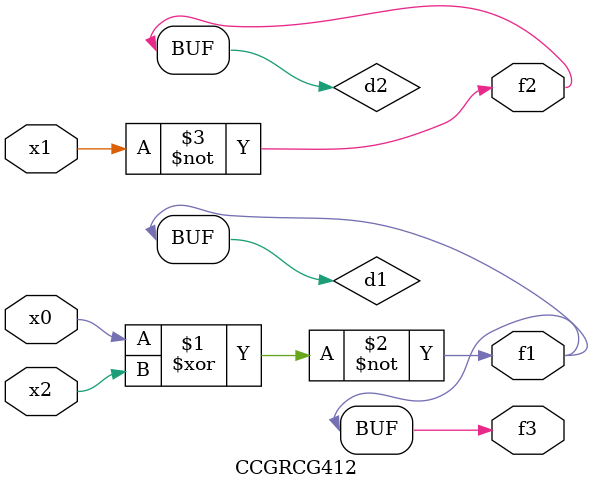
<source format=v>
module CCGRCG412(
	input x0, x1, x2,
	output f1, f2, f3
);

	wire d1, d2, d3;

	xnor (d1, x0, x2);
	nand (d2, x1);
	nor (d3, x1, x2);
	assign f1 = d1;
	assign f2 = d2;
	assign f3 = d1;
endmodule

</source>
